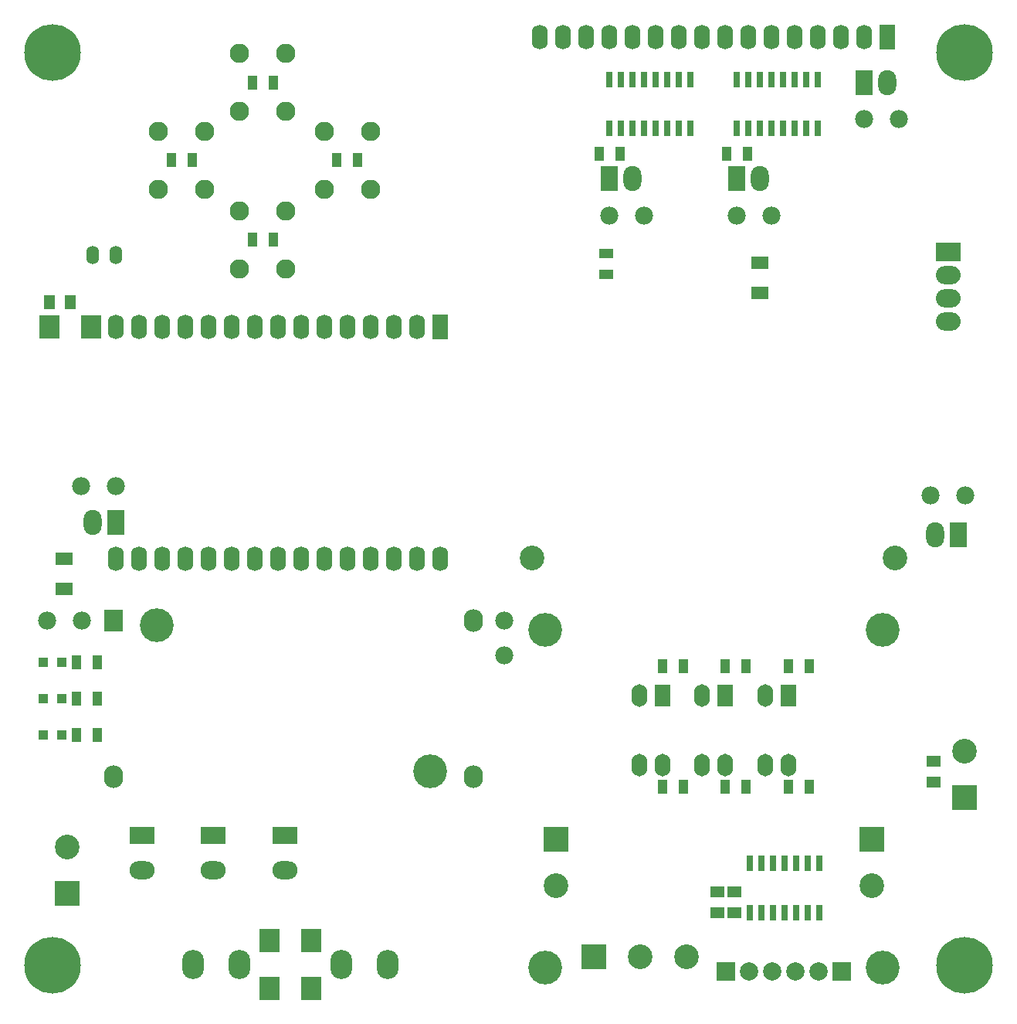
<source format=gbs>
G04*
G04 #@! TF.GenerationSoftware,Altium Limited,Altium Designer,18.0.7 (293)*
G04*
G04 Layer_Color=16711935*
%FSLAX25Y25*%
%MOIN*%
G70*
G01*
G75*
%ADD10R,0.04331X0.05894*%
%ADD11R,0.03162X0.06902*%
%ADD12R,0.07300X0.05800*%
%ADD13R,0.05894X0.04331*%
%ADD14R,0.06300X0.04737*%
%ADD15R,0.08800X0.09855*%
%ADD16R,0.04331X0.04331*%
%ADD17R,0.04737X0.06300*%
%ADD18C,0.10642*%
%ADD19R,0.06800X0.09800*%
%ADD20O,0.06800X0.09800*%
%ADD21O,0.07800X0.10800*%
%ADD22R,0.07800X0.10800*%
%ADD23C,0.07800*%
%ADD24O,0.06942X0.10642*%
%ADD25R,0.06942X0.10642*%
%ADD26C,0.07887*%
%ADD27R,0.07887X0.07887*%
%ADD28R,0.10642X0.10642*%
%ADD29R,0.10642X0.10642*%
%ADD30C,0.14580*%
%ADD31C,0.08300*%
%ADD32C,0.24422*%
%ADD33O,0.10642X0.07887*%
%ADD34R,0.10642X0.07887*%
%ADD35O,0.10800X0.07800*%
%ADD36R,0.10800X0.07800*%
%ADD37O,0.09461X0.12611*%
%ADD38O,0.05524X0.07887*%
%ADD39O,0.06942X0.10642*%
%ADD40R,0.06942X0.10642*%
%ADD41O,0.08300X0.09800*%
%ADD42R,0.08300X0.09800*%
D10*
X70863Y366833D02*
D03*
X79863D02*
D03*
X105863Y332518D02*
D03*
X114863D02*
D03*
X105863Y400416D02*
D03*
X114863D02*
D03*
X142363Y366833D02*
D03*
X151363D02*
D03*
X310684Y369707D02*
D03*
X319684D02*
D03*
X255566D02*
D03*
X264565D02*
D03*
X291967Y148795D02*
D03*
X282967D02*
D03*
X346282D02*
D03*
X337282D02*
D03*
X319124D02*
D03*
X310124D02*
D03*
X291967Y96748D02*
D03*
X282967D02*
D03*
X346282D02*
D03*
X337282D02*
D03*
X319124D02*
D03*
X310124D02*
D03*
X29925Y118981D02*
D03*
X38925D02*
D03*
X29925Y134729D02*
D03*
X38925D02*
D03*
X29925Y150477D02*
D03*
X38925D02*
D03*
D11*
X320744Y63630D02*
D03*
X325745D02*
D03*
X330745D02*
D03*
X335745D02*
D03*
X340744D02*
D03*
X345744D02*
D03*
X350745D02*
D03*
X320744Y42370D02*
D03*
X325745D02*
D03*
X330745D02*
D03*
X335745D02*
D03*
X340744D02*
D03*
X345744D02*
D03*
X350745D02*
D03*
X260065Y380534D02*
D03*
X265065D02*
D03*
X295065Y401794D02*
D03*
Y380534D02*
D03*
X290065D02*
D03*
X285065D02*
D03*
X280065D02*
D03*
X275065D02*
D03*
X270065D02*
D03*
X290065Y401794D02*
D03*
X285065D02*
D03*
X280065D02*
D03*
X275065D02*
D03*
X270065D02*
D03*
X265065D02*
D03*
X260065D02*
D03*
X315183Y380534D02*
D03*
X320183D02*
D03*
X350184Y401794D02*
D03*
Y380534D02*
D03*
X345183D02*
D03*
X340183D02*
D03*
X335184D02*
D03*
X330184D02*
D03*
X325184D02*
D03*
X345183Y401794D02*
D03*
X340183D02*
D03*
X335184D02*
D03*
X330184D02*
D03*
X325184D02*
D03*
X320183D02*
D03*
X315183D02*
D03*
D12*
X24735Y181849D02*
D03*
Y194849D02*
D03*
X325183Y309581D02*
D03*
Y322582D02*
D03*
D13*
X258795Y326581D02*
D03*
Y317581D02*
D03*
D14*
X313855Y51370D02*
D03*
Y42370D02*
D03*
X306768Y51370D02*
D03*
Y42370D02*
D03*
X399863Y107518D02*
D03*
Y98518D02*
D03*
D15*
X131341Y30174D02*
D03*
X113341D02*
D03*
X131341Y9774D02*
D03*
X113341D02*
D03*
X36363Y295018D02*
D03*
X18363D02*
D03*
D16*
X15725Y134729D02*
D03*
X23599D02*
D03*
X15725Y150477D02*
D03*
X23599D02*
D03*
X15725Y118981D02*
D03*
X23599D02*
D03*
D17*
X18434Y305676D02*
D03*
X27434D02*
D03*
D18*
X383471Y195298D02*
D03*
X226778D02*
D03*
X293274Y23207D02*
D03*
X373353Y54033D02*
D03*
X236896D02*
D03*
X273274Y23207D02*
D03*
X413363Y112018D02*
D03*
X25868Y70709D02*
D03*
D19*
X310124Y136000D02*
D03*
X337282D02*
D03*
X282967D02*
D03*
D20*
X300124D02*
D03*
Y106000D02*
D03*
X310124D02*
D03*
X337282D02*
D03*
X327282D02*
D03*
Y136000D02*
D03*
X282967Y106000D02*
D03*
X272967D02*
D03*
Y136000D02*
D03*
D21*
X270065Y358881D02*
D03*
X325184D02*
D03*
X37119Y210597D02*
D03*
X400818Y205427D02*
D03*
X380124Y400416D02*
D03*
D22*
X260065Y358881D02*
D03*
X315183D02*
D03*
X47119Y210597D02*
D03*
X410818Y205427D02*
D03*
X370124Y400416D02*
D03*
D23*
X275065Y343133D02*
D03*
X260065D02*
D03*
X330184D02*
D03*
X315183D02*
D03*
X32119Y226345D02*
D03*
X47119D02*
D03*
X413659Y222159D02*
D03*
X398659D02*
D03*
X214601Y153481D02*
D03*
Y168481D02*
D03*
X370124Y384668D02*
D03*
X385124D02*
D03*
X17196Y168481D02*
D03*
X32196D02*
D03*
D24*
X270124Y420101D02*
D03*
X290124D02*
D03*
X310124D02*
D03*
X330124D02*
D03*
X350124D02*
D03*
X360124D02*
D03*
X370124D02*
D03*
X340124D02*
D03*
X320124D02*
D03*
X300124D02*
D03*
X280124D02*
D03*
X260124D02*
D03*
X250124D02*
D03*
X230124D02*
D03*
X240124D02*
D03*
D25*
X380124D02*
D03*
D26*
X320282Y16986D02*
D03*
X330282D02*
D03*
X340282D02*
D03*
X350282D02*
D03*
D27*
X360282Y16985D02*
D03*
X310282Y16986D02*
D03*
D28*
X373353Y74033D02*
D03*
X236896D02*
D03*
X413363Y92018D02*
D03*
X25868Y50709D02*
D03*
D29*
X253274Y23207D02*
D03*
D30*
X232290Y164270D02*
D03*
X377959D02*
D03*
Y18600D02*
D03*
X232290D02*
D03*
X182724Y103229D02*
D03*
X64724Y166229D02*
D03*
D31*
X136863Y354333D02*
D03*
X156863Y379333D02*
D03*
X136863D02*
D03*
X156863Y354333D02*
D03*
X65363D02*
D03*
X85363Y379333D02*
D03*
X65363D02*
D03*
X85363Y354333D02*
D03*
X100363Y320018D02*
D03*
X120363Y345018D02*
D03*
X100363D02*
D03*
X120363Y320018D02*
D03*
X100363Y387916D02*
D03*
X120363Y412916D02*
D03*
X100363D02*
D03*
X120363Y387916D02*
D03*
D32*
X19685Y19685D02*
D03*
X413386D02*
D03*
Y413386D02*
D03*
X19685D02*
D03*
D33*
X406247Y297317D02*
D03*
Y307317D02*
D03*
Y317317D02*
D03*
D34*
Y327317D02*
D03*
D35*
X119903Y60753D02*
D03*
X58326D02*
D03*
X89114D02*
D03*
D36*
X119903Y75753D02*
D03*
X58326D02*
D03*
X89114D02*
D03*
D37*
X80378Y19974D02*
D03*
X100378D02*
D03*
X164404D02*
D03*
X144404D02*
D03*
D38*
X46898Y326018D02*
D03*
X37056D02*
D03*
D39*
X47119Y194849D02*
D03*
X57119D02*
D03*
X67119D02*
D03*
X77119D02*
D03*
X87119D02*
D03*
X97119D02*
D03*
X107119D02*
D03*
X117119D02*
D03*
X127119D02*
D03*
X137119D02*
D03*
X147119D02*
D03*
X157119D02*
D03*
X167119D02*
D03*
X177119D02*
D03*
X187119D02*
D03*
X47119Y294849D02*
D03*
X57119D02*
D03*
X67119D02*
D03*
X77119D02*
D03*
X87119D02*
D03*
X97119D02*
D03*
X107119D02*
D03*
X117119D02*
D03*
X127119D02*
D03*
X137119D02*
D03*
X147119D02*
D03*
X157119D02*
D03*
X167119D02*
D03*
X177119D02*
D03*
D40*
X187119D02*
D03*
D41*
X201472Y168481D02*
D03*
Y100977D02*
D03*
X45976D02*
D03*
D42*
Y168481D02*
D03*
M02*

</source>
